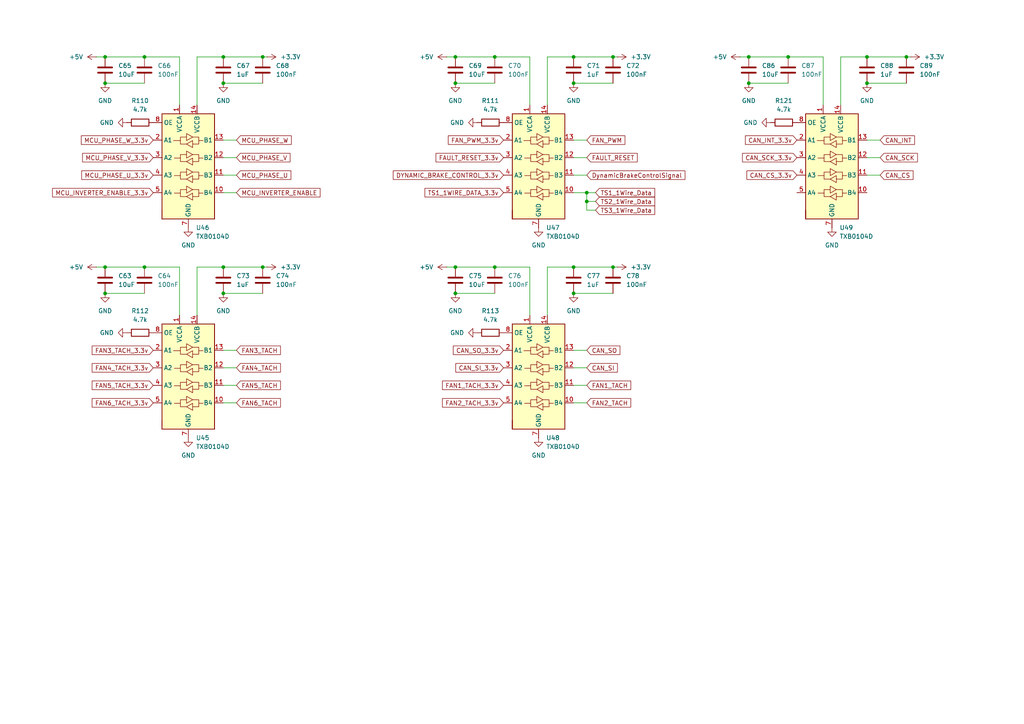
<source format=kicad_sch>
(kicad_sch (version 20231120) (generator "eeschema") (generator_version "8.0")
  (paper "A4")
  (lib_symbols
    (symbol "Device:C" (pin_numbers hide) (pin_names (offset 0.254))
      (property "Reference" "C" (at 0.635 2.54 0))
      (property "Value" "C" (at 0.635 -2.54 0))
      (symbol "C_0_1"
        (polyline (pts (xy -2.032 -0.762) (xy 2.032 -0.762)) (stroke (width 0.508)))
        (polyline (pts (xy -2.032 0.762) (xy 2.032 0.762)) (stroke (width 0.508)))
      )
      (symbol "C_1_1"
        (pin passive line (at 0 3.81 270) (length 2.794) (name "~") (number "1"))
        (pin passive line (at 0 -3.81 90) (length 2.794) (name "~") (number "2"))
      )
    )
    (symbol "Device:R" (pin_numbers hide) (pin_names (offset 0))
      (property "Reference" "R" (at 2.032 0 90))
      (property "Value" "R" (at 0 0 90))
      (symbol "R_0_1"
        (rectangle (start -1.016 -2.54) (end 1.016 2.54) (stroke (width 0.254)))
      )
      (symbol "R_1_1"
        (pin passive line (at 0 3.81 270) (length 1.27) (name "~") (number "1"))
        (pin passive line (at 0 -3.81 90) (length 1.27) (name "~") (number "2"))
      )
    )
    (symbol "Logic_LevelTranslator:TXB0104D"
      (property "Reference" "U" (at -6.35 16.51 0))
      (property "Value" "TXB0104D" (at 3.81 16.51 0))
      (symbol "TXB0104D_0_1"
        (rectangle (start -7.62 -15.24) (end -7.62 -12.7) (stroke (width 0.254)))
        (rectangle (start -7.62 15.24) (end 7.62 -15.24) (stroke (width 0.254)) (fill (type background)))
        (polyline (pts (xy -2.286 -7.747) (xy -2.286 -6.731) (xy -0.508 -6.731)))
        (polyline (pts (xy -2.286 -2.667) (xy -2.286 -1.651) (xy -0.508 -1.651)))
        (polyline (pts (xy -2.286 2.413) (xy -2.286 3.429) (xy -0.508 3.429)))
        (polyline (pts (xy -2.286 7.493) (xy -2.286 8.509) (xy -0.508 8.509)))
        (polyline (pts (xy 3.048 -7.747) (xy 3.048 -8.763) (xy 1.27 -8.763)))
        (polyline (pts (xy 3.048 -2.667) (xy 3.048 -3.683) (xy 1.27 -3.683)))
        (polyline (pts (xy 3.048 2.413) (xy 3.048 1.397) (xy 1.27 1.397)))
        (polyline (pts (xy 3.048 7.493) (xy 3.048 6.477) (xy 1.27 6.477)))
        (polyline (pts (xy -0.508 -8.763) (xy -2.286 -8.763) (xy -2.286 -7.747) (xy -4.064 -7.747)))
        (polyline (pts (xy -0.508 -8.763) (xy 1.27 -7.747) (xy 1.27 -9.779) (xy -0.508 -8.763)))
        (polyline (pts (xy -0.508 -3.683) (xy -2.286 -3.683) (xy -2.286 -2.667) (xy -4.064 -2.667)))
        (polyline (pts (xy -0.508 -3.683) (xy 1.27 -2.667) (xy 1.27 -4.699) (xy -0.508 -3.683)))
        (polyline (pts (xy -0.508 1.397) (xy -2.286 1.397) (xy -2.286 2.413) (xy -4.064 2.413)))
        (polyline (pts (xy -0.508 1.397) (xy 1.27 2.413) (xy 1.27 0.381) (xy -0.508 1.397)))
        (polyline (pts (xy -0.508 6.477) (xy -2.286 6.477) (xy -2.286 7.493) (xy -4.318 7.493)))
        (polyline (pts (xy -0.508 6.477) (xy 1.27 7.493) (xy 1.27 5.461) (xy -0.508 6.477)))
        (polyline (pts (xy 1.27 -6.731) (xy -0.508 -7.747) (xy -0.508 -5.715) (xy 1.27 -6.731)))
        (polyline (pts (xy 1.27 -6.731) (xy 3.048 -6.731) (xy 3.048 -7.747) (xy 4.318 -7.747)))
        (polyline (pts (xy 1.27 -1.651) (xy -0.508 -2.667) (xy -0.508 -0.635) (xy 1.27 -1.651)))
        (polyline (pts (xy 1.27 -1.651) (xy 3.048 -1.651) (xy 3.048 -2.667) (xy 4.318 -2.667)))
        (polyline (pts (xy 1.27 3.429) (xy -0.508 2.413) (xy -0.508 4.445) (xy 1.27 3.429)))
        (polyline (pts (xy 1.27 3.429) (xy 3.048 3.429) (xy 3.048 2.413) (xy 4.318 2.413)))
        (polyline (pts (xy 1.27 8.509) (xy -0.508 7.493) (xy -0.508 9.525) (xy 1.27 8.509)))
        (polyline (pts (xy 1.27 8.509) (xy 3.048 8.509) (xy 3.048 7.493) (xy 4.318 7.493)))
      )
      (symbol "TXB0104D_1_1"
        (pin power_in line (at -2.54 17.78 270) (length 2.54) (name "VCCA") (number "1"))
        (pin bidirectional line (at 10.16 -7.62 180) (length 2.54) (name "B4") (number "10"))
        (pin bidirectional line (at 10.16 -2.54 180) (length 2.54) (name "B3") (number "11"))
        (pin bidirectional line (at 10.16 2.54 180) (length 2.54) (name "B2") (number "12"))
        (pin bidirectional line (at 10.16 7.62 180) (length 2.54) (name "B1") (number "13"))
        (pin power_in line (at 2.54 17.78 270) (length 2.54) (name "VCCB") (number "14"))
        (pin bidirectional line (at -10.16 7.62 0) (length 2.54) (name "A1") (number "2"))
        (pin bidirectional line (at -10.16 2.54 0) (length 2.54) (name "A2") (number "3"))
        (pin bidirectional line (at -10.16 -2.54 0) (length 2.54) (name "A3") (number "4"))
        (pin bidirectional line (at -10.16 -7.62 0) (length 2.54) (name "A4") (number "5"))
        (pin no_connect line (at -7.62 -12.7 0) (length 2.54) hide (name "NC") (number "6"))
        (pin power_in line (at 0 -17.78 90) (length 2.54) (name "GND") (number "7"))
        (pin input line (at -10.16 12.7 0) (length 2.54) (name "OE") (number "8"))
        (pin no_connect line (at 7.62 -12.7 180) (length 2.54) hide (name "NC") (number "9"))
      )
    )
    (symbol "power:+3.3V" (power) (pin_numbers hide) (pin_names (offset 0) hide)
      (property "Value" "+3.3V" (at 0 3.556 0))
      (symbol "+3.3V_0_1"
        (polyline (pts (xy -0.762 1.27) (xy 0 2.54)))
        (polyline (pts (xy 0 0) (xy 0 2.54)))
        (polyline (pts (xy 0 2.54) (xy 0.762 1.27)))
      )
      (symbol "+3.3V_1_1"
        (pin power_in line (at 0 0 90) (length 0) (name "~") (number "1"))
      )
    )
    (symbol "power:+5V" (power) (pin_numbers hide) (pin_names (offset 0) hide)
      (property "Value" "+5V" (at 0 3.556 0))
      (symbol "+5V_0_1"
        (polyline (pts (xy -0.762 1.27) (xy 0 2.54)))
        (polyline (pts (xy 0 0) (xy 0 2.54)))
        (polyline (pts (xy 0 2.54) (xy 0.762 1.27)))
      )
      (symbol "+5V_1_1"
        (pin power_in line (at 0 0 90) (length 0) (name "~") (number "1"))
      )
    )
    (symbol "power:GND" (power) (pin_numbers hide) (pin_names (offset 0) hide)
      (property "Value" "GND" (at 0 -3.81 0))
      (symbol "GND_0_1"
        (polyline (pts (xy 0 0) (xy 0 -1.27) (xy 1.27 -1.27) (xy 0 -2.54) (xy -1.27 -1.27) (xy 0 -1.27)))
      )
      (symbol "GND_1_1"
        (pin power_in line (at 0 0 270) (length 0) (name "~") (number "1"))
      )
    )
  )
  (junction (at 64.77 77.47))
  (junction (at 132.08 16.51))
  (junction (at 132.08 85.09))
  (junction (at 143.51 77.47))
  (junction (at 251.46 24.13))
  (junction (at 251.46 16.51))
  (junction (at 132.08 24.13))
  (junction (at 166.37 16.51))
  (junction (at 64.77 24.13))
  (junction (at 170.18 58.42))
  (junction (at 177.8 16.51))
  (junction (at 41.91 16.51))
  (junction (at 177.8 77.47))
  (junction (at 30.48 85.09))
  (junction (at 217.17 24.13))
  (junction (at 76.2 77.47))
  (junction (at 76.2 16.51))
  (junction (at 170.18 55.88))
  (junction (at 30.48 77.47))
  (junction (at 166.37 24.13))
  (junction (at 166.37 85.09))
  (junction (at 30.48 16.51))
  (junction (at 132.08 77.47))
  (junction (at 30.48 24.13))
  (junction (at 143.51 16.51))
  (junction (at 262.89 16.51))
  (junction (at 64.77 16.51))
  (junction (at 41.91 77.47))
  (junction (at 64.77 85.09))
  (junction (at 228.6 16.51))
  (junction (at 217.17 16.51))
  (junction (at 166.37 77.47))
  (wire (pts (xy 52.07 77.47) (xy 52.07 91.44)))
  (wire (pts (xy 64.77 50.8) (xy 68.58 50.8)))
  (wire (pts (xy 76.2 16.51) (xy 77.47 16.51)))
  (wire (pts (xy 57.15 77.47) (xy 57.15 91.44)))
  (wire (pts (xy 251.46 50.8) (xy 255.27 50.8)))
  (wire (pts (xy 177.8 16.51) (xy 179.07 16.51)))
  (wire (pts (xy 217.17 16.51) (xy 228.6 16.51)))
  (wire (pts (xy 262.89 16.51) (xy 264.16 16.51)))
  (wire (pts (xy 143.51 77.47) (xy 153.67 77.47)))
  (wire (pts (xy 64.77 111.76) (xy 68.58 111.76)))
  (wire (pts (xy 166.37 50.8) (xy 170.18 50.8)))
  (wire (pts (xy 251.46 45.72) (xy 255.27 45.72)))
  (wire (pts (xy 172.72 58.42) (xy 170.18 58.42)))
  (wire (pts (xy 57.15 77.47) (xy 64.77 77.47)))
  (wire (pts (xy 129.54 16.51) (xy 132.08 16.51)))
  (wire (pts (xy 158.75 16.51) (xy 158.75 30.48)))
  (wire (pts (xy 166.37 55.88) (xy 170.18 55.88)))
  (wire (pts (xy 27.94 16.51) (xy 30.48 16.51)))
  (wire (pts (xy 64.77 116.84) (xy 68.58 116.84)))
  (wire (pts (xy 251.46 16.51) (xy 262.89 16.51)))
  (wire (pts (xy 166.37 24.13) (xy 177.8 24.13)))
  (wire (pts (xy 30.48 77.47) (xy 41.91 77.47)))
  (wire (pts (xy 166.37 101.6) (xy 170.18 101.6)))
  (wire (pts (xy 166.37 85.09) (xy 177.8 85.09)))
  (wire (pts (xy 158.75 77.47) (xy 158.75 91.44)))
  (wire (pts (xy 177.8 77.47) (xy 179.07 77.47)))
  (wire (pts (xy 132.08 77.47) (xy 143.51 77.47)))
  (wire (pts (xy 158.75 77.47) (xy 166.37 77.47)))
  (wire (pts (xy 64.77 106.68) (xy 68.58 106.68)))
  (wire (pts (xy 153.67 77.47) (xy 153.67 91.44)))
  (wire (pts (xy 41.91 16.51) (xy 52.07 16.51)))
  (wire (pts (xy 166.37 116.84) (xy 170.18 116.84)))
  (wire (pts (xy 238.76 16.51) (xy 238.76 30.48)))
  (wire (pts (xy 170.18 58.42) (xy 170.18 55.88)))
  (wire (pts (xy 30.48 16.51) (xy 41.91 16.51)))
  (wire (pts (xy 166.37 77.47) (xy 177.8 77.47)))
  (wire (pts (xy 132.08 16.51) (xy 143.51 16.51)))
  (wire (pts (xy 251.46 40.64) (xy 255.27 40.64)))
  (wire (pts (xy 217.17 24.13) (xy 228.6 24.13)))
  (wire (pts (xy 129.54 77.47) (xy 132.08 77.47)))
  (wire (pts (xy 132.08 85.09) (xy 143.51 85.09)))
  (wire (pts (xy 166.37 45.72) (xy 170.18 45.72)))
  (wire (pts (xy 64.77 45.72) (xy 68.58 45.72)))
  (wire (pts (xy 214.63 16.51) (xy 217.17 16.51)))
  (wire (pts (xy 64.77 101.6) (xy 68.58 101.6)))
  (wire (pts (xy 143.51 16.51) (xy 153.67 16.51)))
  (wire (pts (xy 243.84 16.51) (xy 251.46 16.51)))
  (wire (pts (xy 166.37 40.64) (xy 170.18 40.64)))
  (wire (pts (xy 64.77 85.09) (xy 76.2 85.09)))
  (wire (pts (xy 64.77 24.13) (xy 76.2 24.13)))
  (wire (pts (xy 170.18 55.88) (xy 172.72 55.88)))
  (wire (pts (xy 172.72 60.96) (xy 170.18 60.96)))
  (wire (pts (xy 64.77 77.47) (xy 76.2 77.47)))
  (wire (pts (xy 30.48 24.13) (xy 41.91 24.13)))
  (wire (pts (xy 57.15 16.51) (xy 64.77 16.51)))
  (wire (pts (xy 64.77 40.64) (xy 68.58 40.64)))
  (wire (pts (xy 251.46 24.13) (xy 262.89 24.13)))
  (wire (pts (xy 27.94 77.47) (xy 30.48 77.47)))
  (wire (pts (xy 153.67 16.51) (xy 153.67 30.48)))
  (wire (pts (xy 132.08 24.13) (xy 143.51 24.13)))
  (wire (pts (xy 166.37 106.68) (xy 170.18 106.68)))
  (wire (pts (xy 64.77 55.88) (xy 68.58 55.88)))
  (wire (pts (xy 41.91 77.47) (xy 52.07 77.47)))
  (wire (pts (xy 64.77 16.51) (xy 76.2 16.51)))
  (wire (pts (xy 170.18 60.96) (xy 170.18 58.42)))
  (wire (pts (xy 52.07 16.51) (xy 52.07 30.48)))
  (wire (pts (xy 243.84 16.51) (xy 243.84 30.48)))
  (wire (pts (xy 158.75 16.51) (xy 166.37 16.51)))
  (wire (pts (xy 76.2 77.47) (xy 77.47 77.47)))
  (wire (pts (xy 57.15 16.51) (xy 57.15 30.48)))
  (wire (pts (xy 228.6 16.51) (xy 238.76 16.51)))
  (wire (pts (xy 166.37 16.51) (xy 177.8 16.51)))
  (wire (pts (xy 30.48 85.09) (xy 41.91 85.09)))
  (wire (pts (xy 166.37 111.76) (xy 170.18 111.76)))
  (global_label "FAN6_TACH" (shape input) (at 68.58 116.84 0) (property "Intersheetrefs" "${INTERSHEET_REFS}" (effects (hide yes))))
  (global_label "CAN_SCK_3.3v" (shape input) (at 231.14 45.72 180) (property "Intersheetrefs" "${INTERSHEET_REFS}" (effects (hide yes))))
  (global_label "FAN1_TACH" (shape input) (at 170.18 111.76 0) (property "Intersheetrefs" "${INTERSHEET_REFS}" (effects (hide yes))))
  (global_label "FAN3_TACH_3.3v" (shape input) (at 44.45 101.6 180) (property "Intersheetrefs" "${INTERSHEET_REFS}" (effects (hide yes))))
  (global_label "FAN4_TACH" (shape input) (at 68.58 106.68 0) (property "Intersheetrefs" "${INTERSHEET_REFS}" (effects (hide yes))))
  (global_label "FAN_PWM_3.3v" (shape input) (at 146.05 40.64 180) (property "Intersheetrefs" "${INTERSHEET_REFS}" (effects (hide yes))))
  (global_label "FAN2_TACH" (shape input) (at 170.18 116.84 0) (property "Intersheetrefs" "${INTERSHEET_REFS}" (effects (hide yes))))
  (global_label "CAN_SO_3.3v" (shape input) (at 146.05 101.6 180) (property "Intersheetrefs" "${INTERSHEET_REFS}" (effects (hide yes))))
  (global_label "TS3_1Wire_Data" (shape input) (at 172.72 60.96 0) (property "Intersheetrefs" "${INTERSHEET_REFS}" (effects (hide yes))))
  (global_label "FAN6_TACH_3.3v" (shape input) (at 44.45 116.84 180) (property "Intersheetrefs" "${INTERSHEET_REFS}" (effects (hide yes))))
  (global_label "CAN_SCK" (shape input) (at 255.27 45.72 0) (property "Intersheetrefs" "${INTERSHEET_REFS}" (effects (hide yes))))
  (global_label "FAULT_RESET_3.3v" (shape input) (at 146.05 45.72 180) (property "Intersheetrefs" "${INTERSHEET_REFS}" (effects (hide yes))))
  (global_label "MCU_PHASE_W" (shape input) (at 68.58 40.64 0) (property "Intersheetrefs" "${INTERSHEET_REFS}" (effects (hide yes))))
  (global_label "CAN_SO" (shape input) (at 170.18 101.6 0) (property "Intersheetrefs" "${INTERSHEET_REFS}" (effects (hide yes))))
  (global_label "MCU_INVERTER_ENABLE" (shape input) (at 68.58 55.88 0) (property "Intersheetrefs" "${INTERSHEET_REFS}" (effects (hide yes))))
  (global_label "DYNAMIC_BRAKE_CONTROL_3.3v" (shape input) (at 146.05 50.8 180) (property "Intersheetrefs" "${INTERSHEET_REFS}" (effects (hide yes))))
  (global_label "TS1_1Wire_Data" (shape input) (at 172.72 55.88 0) (property "Intersheetrefs" "${INTERSHEET_REFS}" (effects (hide yes))))
  (global_label "CAN_INT_3.3v" (shape input) (at 231.14 40.64 180) (property "Intersheetrefs" "${INTERSHEET_REFS}" (effects (hide yes))))
  (global_label "MCU_PHASE_W_3.3v" (shape input) (at 44.45 40.64 180) (property "Intersheetrefs" "${INTERSHEET_REFS}" (effects (hide yes))))
  (global_label "MCU_PHASE_U" (shape input) (at 68.58 50.8 0) (property "Intersheetrefs" "${INTERSHEET_REFS}" (effects (hide yes))))
  (global_label "CAN_INT" (shape input) (at 255.27 40.64 0) (property "Intersheetrefs" "${INTERSHEET_REFS}" (effects (hide yes))))
  (global_label "FAULT_RESET" (shape input) (at 170.18 45.72 0) (property "Intersheetrefs" "${INTERSHEET_REFS}" (effects (hide yes))))
  (global_label "FAN3_TACH" (shape input) (at 68.58 101.6 0) (property "Intersheetrefs" "${INTERSHEET_REFS}" (effects (hide yes))))
  (global_label "MCU_PHASE_U_3.3v" (shape input) (at 44.45 50.8 180) (property "Intersheetrefs" "${INTERSHEET_REFS}" (effects (hide yes))))
  (global_label "MCU_PHASE_V_3.3v" (shape input) (at 44.45 45.72 180) (property "Intersheetrefs" "${INTERSHEET_REFS}" (effects (hide yes))))
  (global_label "FAN2_TACH_3.3v" (shape input) (at 146.05 116.84 180) (property "Intersheetrefs" "${INTERSHEET_REFS}" (effects (hide yes))))
  (global_label "MCU_PHASE_V" (shape input) (at 68.58 45.72 0) (property "Intersheetrefs" "${INTERSHEET_REFS}" (effects (hide yes))))
  (global_label "CAN_SI_3.3v" (shape input) (at 146.05 106.68 180) (property "Intersheetrefs" "${INTERSHEET_REFS}" (effects (hide yes))))
  (global_label "TS2_1Wire_Data" (shape input) (at 172.72 58.42 0) (property "Intersheetrefs" "${INTERSHEET_REFS}" (effects (hide yes))))
  (global_label "FAN1_TACH_3.3v" (shape input) (at 146.05 111.76 180) (property "Intersheetrefs" "${INTERSHEET_REFS}" (effects (hide yes))))
  (global_label "FAN5_TACH_3.3v" (shape input) (at 44.45 111.76 180) (property "Intersheetrefs" "${INTERSHEET_REFS}" (effects (hide yes))))
  (global_label "FAN_PWM" (shape input) (at 170.18 40.64 0) (property "Intersheetrefs" "${INTERSHEET_REFS}" (effects (hide yes))))
  (global_label "CAN_CS" (shape input) (at 255.27 50.8 0) (property "Intersheetrefs" "${INTERSHEET_REFS}" (effects (hide yes))))
  (global_label "FAN4_TACH_3.3v" (shape input) (at 44.45 106.68 180) (property "Intersheetrefs" "${INTERSHEET_REFS}" (effects (hide yes))))
  (global_label "MCU_INVERTER_ENABLE_3.3v" (shape input) (at 44.45 55.88 180) (property "Intersheetrefs" "${INTERSHEET_REFS}" (effects (hide yes))))
  (global_label "FAN5_TACH" (shape input) (at 68.58 111.76 0) (property "Intersheetrefs" "${INTERSHEET_REFS}" (effects (hide yes))))
  (global_label "TS1_1WIRE_DATA_3.3v" (shape input) (at 146.05 55.88 180) (property "Intersheetrefs" "${INTERSHEET_REFS}" (effects (hide yes))))
  (global_label "CAN_CS_3.3v" (shape input) (at 231.14 50.8 180) (property "Intersheetrefs" "${INTERSHEET_REFS}" (effects (hide yes))))
  (global_label "DynamicBrakeControlSignal" (shape input) (at 170.18 50.8 0) (property "Intersheetrefs" "${INTERSHEET_REFS}" (effects (hide yes))))
  (global_label "CAN_SI" (shape input) (at 170.18 106.68 0) (property "Intersheetrefs" "${INTERSHEET_REFS}" (effects (hide yes))))
  (symbol (lib_id "Logic_LevelTranslator:TXB0104D") (at 241.3 48.26 0) (unit 1)
    (property "Reference" "U49" (at 243.4941 66.04 0) (effects (justify left)))
    (property "Value" "TXB0104D" (at 243.4941 68.58 0) (effects (justify left)))
    (property "Footprint" "Package_SO:SOIC-14_3.9x8.7mm_P1.27mm" (effects (hide yes)))
    (property "Datasheet" "http://www.ti.com/lit/ds/symlink/txb0104.pdf" (effects (hide yes)))
    (property "Description" "4-Bit Bidirectional Voltage-Level Translator, Auto Direction Sensing and ±15-kV ESD Protection, 1.2 - 3.6V APort, 1.65 - 5.5V BPort, SOIC-14" (effects (hide yes)))
  )
  (symbol (lib_id "Logic_LevelTranslator:TXB0104D") (at 156.21 48.26 0) (unit 1)
    (property "Reference" "U47" (at 158.4041 66.04 0) (effects (justify left)))
    (property "Value" "TXB0104D" (at 158.4041 68.58 0) (effects (justify left)))
    (property "Footprint" "Package_SO:SOIC-14_3.9x8.7mm_P1.27mm" (effects (hide yes)))
    (property "Datasheet" "http://www.ti.com/lit/ds/symlink/txb0104.pdf" (effects (hide yes)))
    (property "Description" "4-Bit Bidirectional Voltage-Level Translator, Auto Direction Sensing and ±15-kV ESD Protection, 1.2 - 3.6V APort, 1.65 - 5.5V BPort, SOIC-14" (effects (hide yes)))
  )
  (symbol (lib_id "Device:C") (at 132.08 20.32 0) (unit 1)
    (property "Reference" "C69" (at 135.89 19.0499 0) (effects (justify left)))
    (property "Value" "10uF" (at 135.89 21.5899 0) (effects (justify left)))
    (property "Footprint" "1210" (effects (hide yes)))
    (property "Description" "Unpolarized capacitor" (effects (hide yes)))
  )
  (symbol (lib_id "power:GND") (at 64.77 85.09 0) (unit 1)
    (property "Reference" "#PWR0226" (effects (hide yes)))
    (property "Value" "GND" (at 64.77 90.17 0))
    (property "Description" "Power symbol creates a global label with name \"GND\" , ground" (effects (hide yes)))
  )
  (symbol (lib_id "Device:R") (at 142.24 96.52 90) (unit 1)
    (property "Reference" "R113" (at 142.24 90.17 90))
    (property "Value" "4.7k" (at 142.24 92.71 90))
    (property "Footprint" "1210" (effects (hide yes)))
    (property "Description" "Resistor" (effects (hide yes)))
  )
  (symbol (lib_id "power:GND") (at 138.43 35.56 270) (unit 1)
    (property "Reference" "#PWR0223" (effects (hide yes)))
    (property "Value" "GND" (at 134.62 35.5599 90) (effects (justify right)))
    (property "Description" "Power symbol creates a global label with name \"GND\" , ground" (effects (hide yes)))
  )
  (symbol (lib_id "Device:C") (at 64.77 20.32 0) (unit 1)
    (property "Reference" "C67" (at 68.58 19.0499 0) (effects (justify left)))
    (property "Value" "1uF" (at 68.58 21.5899 0) (effects (justify left)))
    (property "Footprint" "1210" (effects (hide yes)))
    (property "Description" "Unpolarized capacitor" (effects (hide yes)))
  )
  (symbol (lib_id "power:+5V") (at 214.63 16.51 90) (unit 1)
    (property "Reference" "#PWR0248" (effects (hide yes)))
    (property "Value" "+5V" (at 210.82 16.5099 90) (effects (justify left)))
    (property "Description" "Power symbol creates a global label with name \"+5V\"" (effects (hide yes)))
  )
  (symbol (lib_id "Device:C") (at 166.37 20.32 0) (unit 1)
    (property "Reference" "C71" (at 170.18 19.0499 0) (effects (justify left)))
    (property "Value" "1uF" (at 170.18 21.5899 0) (effects (justify left)))
    (property "Footprint" "1210" (effects (hide yes)))
    (property "Description" "Unpolarized capacitor" (effects (hide yes)))
  )
  (symbol (lib_id "Device:C") (at 132.08 81.28 0) (unit 1)
    (property "Reference" "C75" (at 135.89 80.0099 0) (effects (justify left)))
    (property "Value" "10uF" (at 135.89 82.5499 0) (effects (justify left)))
    (property "Footprint" "1210" (effects (hide yes)))
    (property "Description" "Unpolarized capacitor" (effects (hide yes)))
  )
  (symbol (lib_id "power:GND") (at 64.77 24.13 0) (unit 1)
    (property "Reference" "#PWR0220" (effects (hide yes)))
    (property "Value" "GND" (at 64.77 29.21 0))
    (property "Description" "Power symbol creates a global label with name \"GND\" , ground" (effects (hide yes)))
  )
  (symbol (lib_id "power:GND") (at 138.43 96.52 270) (unit 1)
    (property "Reference" "#PWR0230" (effects (hide yes)))
    (property "Value" "GND" (at 134.62 96.5199 90) (effects (justify right)))
    (property "Description" "Power symbol creates a global label with name \"GND\" , ground" (effects (hide yes)))
  )
  (symbol (lib_id "power:GND") (at 132.08 24.13 0) (unit 1)
    (property "Reference" "#PWR0222" (effects (hide yes)))
    (property "Value" "GND" (at 132.08 29.21 0))
    (property "Description" "Power symbol creates a global label with name \"GND\" , ground" (effects (hide yes)))
  )
  (symbol (lib_id "power:GND") (at 241.3 66.04 0) (unit 1)
    (property "Reference" "#PWR0251" (effects (hide yes)))
    (property "Value" "GND" (at 241.3 71.12 0))
    (property "Description" "Power symbol creates a global label with name \"GND\" , ground" (effects (hide yes)))
  )
  (symbol (lib_id "power:+5V") (at 27.94 16.51 90) (unit 1)
    (property "Reference" "#PWR0216" (effects (hide yes)))
    (property "Value" "+5V" (at 24.13 16.5099 90) (effects (justify left)))
    (property "Description" "Power symbol creates a global label with name \"+5V\"" (effects (hide yes)))
  )
  (symbol (lib_id "power:+5V") (at 27.94 77.47 90) (unit 1)
    (property "Reference" "#PWR0227" (effects (hide yes)))
    (property "Value" "+5V" (at 24.13 77.4699 90) (effects (justify left)))
    (property "Description" "Power symbol creates a global label with name \"+5V\"" (effects (hide yes)))
  )
  (symbol (lib_id "Device:C") (at 177.8 20.32 0) (unit 1)
    (property "Reference" "C72" (at 181.61 19.0499 0) (effects (justify left)))
    (property "Value" "100nF" (at 181.61 21.5899 0) (effects (justify left)))
    (property "Footprint" "1210" (effects (hide yes)))
    (property "Description" "Unpolarized capacitor" (effects (hide yes)))
  )
  (symbol (lib_id "Device:C") (at 228.6 20.32 0) (unit 1)
    (property "Reference" "C87" (at 232.41 19.0499 0) (effects (justify left)))
    (property "Value" "100nF" (at 232.41 21.5899 0) (effects (justify left)))
    (property "Footprint" "1210" (effects (hide yes)))
    (property "Description" "Unpolarized capacitor" (effects (hide yes)))
  )
  (symbol (lib_id "Device:C") (at 143.51 81.28 0) (unit 1)
    (property "Reference" "C76" (at 147.32 80.0099 0) (effects (justify left)))
    (property "Value" "100nF" (at 147.32 82.5499 0) (effects (justify left)))
    (property "Footprint" "1210" (effects (hide yes)))
    (property "Description" "Unpolarized capacitor" (effects (hide yes)))
  )
  (symbol (lib_id "power:+3.3V") (at 179.07 16.51 270) (unit 1)
    (property "Reference" "#PWR0234" (effects (hide yes)))
    (property "Value" "+3.3V" (at 182.88 16.5099 90) (effects (justify left)))
    (property "Description" "Power symbol creates a global label with name \"+3.3V\"" (effects (hide yes)))
  )
  (symbol (lib_id "Device:R") (at 40.64 35.56 90) (unit 1)
    (property "Reference" "R110" (at 40.64 29.21 90))
    (property "Value" "4.7k" (at 40.64 31.75 90))
    (property "Footprint" "1210" (effects (hide yes)))
    (property "Description" "Resistor" (effects (hide yes)))
  )
  (symbol (lib_id "power:GND") (at 223.52 35.56 270) (unit 1)
    (property "Reference" "#PWR0250" (effects (hide yes)))
    (property "Value" "GND" (at 219.71 35.5599 90) (effects (justify right)))
    (property "Description" "Power symbol creates a global label with name \"GND\" , ground" (effects (hide yes)))
  )
  (symbol (lib_id "Device:C") (at 143.51 20.32 0) (unit 1)
    (property "Reference" "C70" (at 147.32 19.0499 0) (effects (justify left)))
    (property "Value" "100nF" (at 147.32 21.5899 0) (effects (justify left)))
    (property "Footprint" "1210" (effects (hide yes)))
    (property "Description" "Unpolarized capacitor" (effects (hide yes)))
  )
  (symbol (lib_id "power:GND") (at 132.08 85.09 0) (unit 1)
    (property "Reference" "#PWR0231" (effects (hide yes)))
    (property "Value" "GND" (at 132.08 90.17 0))
    (property "Description" "Power symbol creates a global label with name \"GND\" , ground" (effects (hide yes)))
  )
  (symbol (lib_id "power:GND") (at 166.37 24.13 0) (unit 1)
    (property "Reference" "#PWR0225" (effects (hide yes)))
    (property "Value" "GND" (at 166.37 29.21 0))
    (property "Description" "Power symbol creates a global label with name \"GND\" , ground" (effects (hide yes)))
  )
  (symbol (lib_id "Device:C") (at 64.77 81.28 0) (unit 1)
    (property "Reference" "C73" (at 68.58 80.0099 0) (effects (justify left)))
    (property "Value" "1uF" (at 68.58 82.5499 0) (effects (justify left)))
    (property "Footprint" "1210" (effects (hide yes)))
    (property "Description" "Unpolarized capacitor" (effects (hide yes)))
  )
  (symbol (lib_id "Device:C") (at 166.37 81.28 0) (unit 1)
    (property "Reference" "C77" (at 170.18 80.0099 0) (effects (justify left)))
    (property "Value" "1uF" (at 170.18 82.5499 0) (effects (justify left)))
    (property "Footprint" "1210" (effects (hide yes)))
    (property "Description" "Unpolarized capacitor" (effects (hide yes)))
  )
  (symbol (lib_id "Logic_LevelTranslator:TXB0104D") (at 54.61 48.26 0) (unit 1)
    (property "Reference" "U46" (at 56.8041 66.04 0) (effects (justify left)))
    (property "Value" "TXB0104D" (at 56.8041 68.58 0) (effects (justify left)))
    (property "Footprint" "Package_SO:SOIC-14_3.9x8.7mm_P1.27mm" (effects (hide yes)))
    (property "Datasheet" "http://www.ti.com/lit/ds/symlink/txb0104.pdf" (effects (hide yes)))
    (property "Description" "4-Bit Bidirectional Voltage-Level Translator, Auto Direction Sensing and ±15-kV ESD Protection, 1.2 - 3.6V APort, 1.65 - 5.5V BPort, SOIC-14" (effects (hide yes)))
  )
  (symbol (lib_id "Device:C") (at 76.2 20.32 0) (unit 1)
    (property "Reference" "C68" (at 80.01 19.0499 0) (effects (justify left)))
    (property "Value" "100nF" (at 80.01 21.5899 0) (effects (justify left)))
    (property "Footprint" "1210" (effects (hide yes)))
    (property "Description" "Unpolarized capacitor" (effects (hide yes)))
  )
  (symbol (lib_id "Device:C") (at 177.8 81.28 0) (unit 1)
    (property "Reference" "C78" (at 181.61 80.0099 0) (effects (justify left)))
    (property "Value" "100nF" (at 181.61 82.5499 0) (effects (justify left)))
    (property "Footprint" "1210" (effects (hide yes)))
    (property "Description" "Unpolarized capacitor" (effects (hide yes)))
  )
  (symbol (lib_id "Device:C") (at 30.48 20.32 0) (unit 1)
    (property "Reference" "C65" (at 34.29 19.0499 0) (effects (justify left)))
    (property "Value" "10uF" (at 34.29 21.5899 0) (effects (justify left)))
    (property "Footprint" "1210" (effects (hide yes)))
    (property "Description" "Unpolarized capacitor" (effects (hide yes)))
  )
  (symbol (lib_id "power:GND") (at 217.17 24.13 0) (unit 1)
    (property "Reference" "#PWR0249" (effects (hide yes)))
    (property "Value" "GND" (at 217.17 29.21 0))
    (property "Description" "Power symbol creates a global label with name \"GND\" , ground" (effects (hide yes)))
  )
  (symbol (lib_id "power:GND") (at 166.37 85.09 0) (unit 1)
    (property "Reference" "#PWR0232" (effects (hide yes)))
    (property "Value" "GND" (at 166.37 90.17 0))
    (property "Description" "Power symbol creates a global label with name \"GND\" , ground" (effects (hide yes)))
  )
  (symbol (lib_id "power:+3.3V") (at 77.47 77.47 270) (unit 1)
    (property "Reference" "#PWR0228" (effects (hide yes)))
    (property "Value" "+3.3V" (at 81.28 77.4699 90) (effects (justify left)))
    (property "Description" "Power symbol creates a global label with name \"+3.3V\"" (effects (hide yes)))
  )
  (symbol (lib_id "Device:R") (at 142.24 35.56 90) (unit 1)
    (property "Reference" "R111" (at 142.24 29.21 90))
    (property "Value" "4.7k" (at 142.24 31.75 90))
    (property "Footprint" "1210" (effects (hide yes)))
    (property "Description" "Resistor" (effects (hide yes)))
  )
  (symbol (lib_id "power:GND") (at 156.21 66.04 0) (unit 1)
    (property "Reference" "#PWR0224" (effects (hide yes)))
    (property "Value" "GND" (at 156.21 71.12 0))
    (property "Description" "Power symbol creates a global label with name \"GND\" , ground" (effects (hide yes)))
  )
  (symbol (lib_id "power:GND") (at 54.61 66.04 0) (unit 1)
    (property "Reference" "#PWR0219" (effects (hide yes)))
    (property "Value" "GND" (at 54.61 71.12 0))
    (property "Description" "Power symbol creates a global label with name \"GND\" , ground" (effects (hide yes)))
  )
  (symbol (lib_id "Device:R") (at 227.33 35.56 90) (unit 1)
    (property "Reference" "R121" (at 227.33 29.21 90))
    (property "Value" "4.7k" (at 227.33 31.75 90))
    (property "Footprint" "1210" (effects (hide yes)))
    (property "Description" "Resistor" (effects (hide yes)))
  )
  (symbol (lib_id "power:GND") (at 36.83 35.56 270) (unit 1)
    (property "Reference" "#PWR0218" (effects (hide yes)))
    (property "Value" "GND" (at 33.02 35.5599 90) (effects (justify right)))
    (property "Description" "Power symbol creates a global label with name \"GND\" , ground" (effects (hide yes)))
  )
  (symbol (lib_id "Device:C") (at 41.91 20.32 0) (unit 1)
    (property "Reference" "C66" (at 45.72 19.0499 0) (effects (justify left)))
    (property "Value" "100nF" (at 45.72 21.5899 0) (effects (justify left)))
    (property "Footprint" "1210" (effects (hide yes)))
    (property "Description" "Unpolarized capacitor" (effects (hide yes)))
  )
  (symbol (lib_id "Device:C") (at 41.91 81.28 0) (unit 1)
    (property "Reference" "C64" (at 45.72 80.0099 0) (effects (justify left)))
    (property "Value" "100nF" (at 45.72 82.5499 0) (effects (justify left)))
    (property "Footprint" "1210" (effects (hide yes)))
    (property "Description" "Unpolarized capacitor" (effects (hide yes)))
  )
  (symbol (lib_id "power:GND") (at 36.83 96.52 270) (unit 1)
    (property "Reference" "#PWR0214" (effects (hide yes)))
    (property "Value" "GND" (at 33.02 96.5199 90) (effects (justify right)))
    (property "Description" "Power symbol creates a global label with name \"GND\" , ground" (effects (hide yes)))
  )
  (symbol (lib_id "power:+3.3V") (at 179.07 77.47 270) (unit 1)
    (property "Reference" "#PWR0236" (effects (hide yes)))
    (property "Value" "+3.3V" (at 182.88 77.4699 90) (effects (justify left)))
    (property "Description" "Power symbol creates a global label with name \"+3.3V\"" (effects (hide yes)))
  )
  (symbol (lib_id "power:+5V") (at 129.54 77.47 90) (unit 1)
    (property "Reference" "#PWR0235" (effects (hide yes)))
    (property "Value" "+5V" (at 125.73 77.4699 90) (effects (justify left)))
    (property "Description" "Power symbol creates a global label with name \"+5V\"" (effects (hide yes)))
  )
  (symbol (lib_id "power:+3.3V") (at 77.47 16.51 270) (unit 1)
    (property "Reference" "#PWR0233" (effects (hide yes)))
    (property "Value" "+3.3V" (at 81.28 16.5099 90) (effects (justify left)))
    (property "Description" "Power symbol creates a global label with name \"+3.3V\"" (effects (hide yes)))
  )
  (symbol (lib_id "power:+5V") (at 129.54 16.51 90) (unit 1)
    (property "Reference" "#PWR0221" (effects (hide yes)))
    (property "Value" "+5V" (at 125.73 16.5099 90) (effects (justify left)))
    (property "Description" "Power symbol creates a global label with name \"+5V\"" (effects (hide yes)))
  )
  (symbol (lib_id "Device:C") (at 251.46 20.32 0) (unit 1)
    (property "Reference" "C88" (at 255.27 19.0499 0) (effects (justify left)))
    (property "Value" "1uF" (at 255.27 21.5899 0) (effects (justify left)))
    (property "Footprint" "1210" (effects (hide yes)))
    (property "Description" "Unpolarized capacitor" (effects (hide yes)))
  )
  (symbol (lib_id "Device:R") (at 40.64 96.52 90) (unit 1)
    (property "Reference" "R112" (at 40.64 90.17 90))
    (property "Value" "4.7k" (at 40.64 92.71 90))
    (property "Footprint" "1210" (effects (hide yes)))
    (property "Description" "Resistor" (effects (hide yes)))
  )
  (symbol (lib_id "power:GND") (at 54.61 127 0) (unit 1)
    (property "Reference" "#PWR0213" (effects (hide yes)))
    (property "Value" "GND" (at 54.61 132.08 0))
    (property "Description" "Power symbol creates a global label with name \"GND\" , ground" (effects (hide yes)))
  )
  (symbol (lib_id "power:+3.3V") (at 264.16 16.51 270) (unit 1)
    (property "Reference" "#PWR0253" (effects (hide yes)))
    (property "Value" "+3.3V" (at 267.97 16.5099 90) (effects (justify left)))
    (property "Description" "Power symbol creates a global label with name \"+3.3V\"" (effects (hide yes)))
  )
  (symbol (lib_id "power:GND") (at 30.48 24.13 0) (unit 1)
    (property "Reference" "#PWR0217" (effects (hide yes)))
    (property "Value" "GND" (at 30.48 29.21 0))
    (property "Description" "Power symbol creates a global label with name \"GND\" , ground" (effects (hide yes)))
  )
  (symbol (lib_id "Device:C") (at 217.17 20.32 0) (unit 1)
    (property "Reference" "C86" (at 220.98 19.0499 0) (effects (justify left)))
    (property "Value" "10uF" (at 220.98 21.5899 0) (effects (justify left)))
    (property "Footprint" "1210" (effects (hide yes)))
    (property "Description" "Unpolarized capacitor" (effects (hide yes)))
  )
  (symbol (lib_id "Device:C") (at 262.89 20.32 0) (unit 1)
    (property "Reference" "C89" (at 266.7 19.0499 0) (effects (justify left)))
    (property "Value" "100nF" (at 266.7 21.5899 0) (effects (justify left)))
    (property "Footprint" "1210" (effects (hide yes)))
    (property "Description" "Unpolarized capacitor" (effects (hide yes)))
  )
  (symbol (lib_id "power:GND") (at 156.21 127 0) (unit 1)
    (property "Reference" "#PWR0229" (effects (hide yes)))
    (property "Value" "GND" (at 156.21 132.08 0))
    (property "Description" "Power symbol creates a global label with name \"GND\" , ground" (effects (hide yes)))
  )
  (symbol (lib_id "Logic_LevelTranslator:TXB0104D") (at 156.21 109.22 0) (unit 1)
    (property "Reference" "U48" (at 158.4041 127 0) (effects (justify left)))
    (property "Value" "TXB0104D" (at 158.4041 129.54 0) (effects (justify left)))
    (property "Footprint" "Package_SO:SOIC-14_3.9x8.7mm_P1.27mm" (effects (hide yes)))
    (property "Datasheet" "http://www.ti.com/lit/ds/symlink/txb0104.pdf" (effects (hide yes)))
    (property "Description" "4-Bit Bidirectional Voltage-Level Translator, Auto Direction Sensing and ±15-kV ESD Protection, 1.2 - 3.6V APort, 1.65 - 5.5V BPort, SOIC-14" (effects (hide yes)))
  )
  (symbol (lib_id "power:GND") (at 251.46 24.13 0) (unit 1)
    (property "Reference" "#PWR0252" (effects (hide yes)))
    (property "Value" "GND" (at 251.46 29.21 0))
    (property "Description" "Power symbol creates a global label with name \"GND\" , ground" (effects (hide yes)))
  )
  (symbol (lib_id "power:GND") (at 30.48 85.09 0) (unit 1)
    (property "Reference" "#PWR0215" (effects (hide yes)))
    (property "Value" "GND" (at 30.48 90.17 0))
    (property "Description" "Power symbol creates a global label with name \"GND\" , ground" (effects (hide yes)))
  )
  (symbol (lib_id "Device:C") (at 30.48 81.28 0) (unit 1)
    (property "Reference" "C63" (at 34.29 80.0099 0) (effects (justify left)))
    (property "Value" "10uF" (at 34.29 82.5499 0) (effects (justify left)))
    (property "Footprint" "1210" (effects (hide yes)))
    (property "Description" "Unpolarized capacitor" (effects (hide yes)))
  )
  (symbol (lib_id "Logic_LevelTranslator:TXB0104D") (at 54.61 109.22 0) (unit 1)
    (property "Reference" "U45" (at 56.8041 127 0) (effects (justify left)))
    (property "Value" "TXB0104D" (at 56.8041 129.54 0) (effects (justify left)))
    (property "Footprint" "Package_SO:SOIC-14_3.9x8.7mm_P1.27mm" (effects (hide yes)))
    (property "Datasheet" "http://www.ti.com/lit/ds/symlink/txb0104.pdf" (effects (hide yes)))
    (property "Description" "4-Bit Bidirectional Voltage-Level Translator, Auto Direction Sensing and ±15-kV ESD Protection, 1.2 - 3.6V APort, 1.65 - 5.5V BPort, SOIC-14" (effects (hide yes)))
  )
  (symbol (lib_id "Device:C") (at 76.2 81.28 0) (unit 1)
    (property "Reference" "C74" (at 80.01 80.0099 0) (effects (justify left)))
    (property "Value" "100nF" (at 80.01 82.5499 0) (effects (justify left)))
    (property "Footprint" "1210" (effects (hide yes)))
    (property "Description" "Unpolarized capacitor" (effects (hide yes)))
  )
)
</source>
